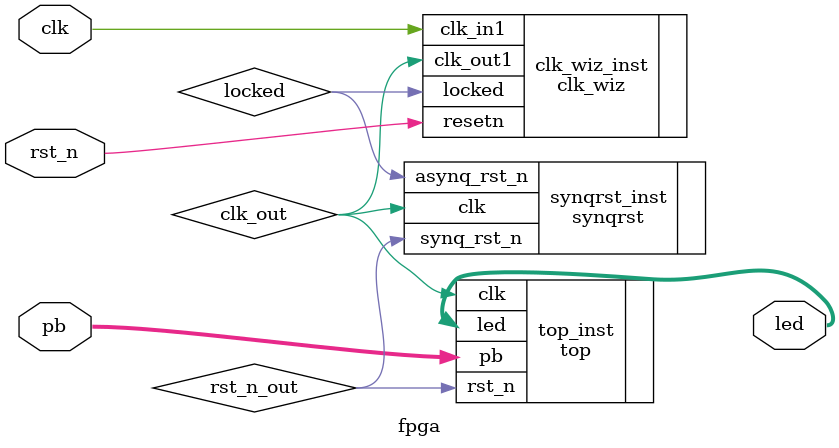
<source format=v>
`timescale 1ps/1ps

module fpga
(
  input  wire        clk,
  input  wire        rst_n,
  input  wire [4:0]  pb,
  output wire [11:0] led
);

  wire clk_out;
  wire rst_n_out;
  wire locked;

  /* clock wizard */
  clk_wiz clk_wiz_inst
  (
    .clk_in1  (clk),
    .clk_out1 (clk_out),
    .resetn  (rst_n),
    .locked  (locked)
  );

  /* synqhronous reset */
  synqrst synqrst_inst
  (
    .clk         (clk_out),
    .asynq_rst_n (locked),
    .synq_rst_n  (rst_n_out)
  );

  /* top */
  top top_inst
  (
    .clk   (clk_out),
    .rst_n (rst_n_out),
    .pb    (pb),
    .led   (led)
  );

endmodule
</source>
